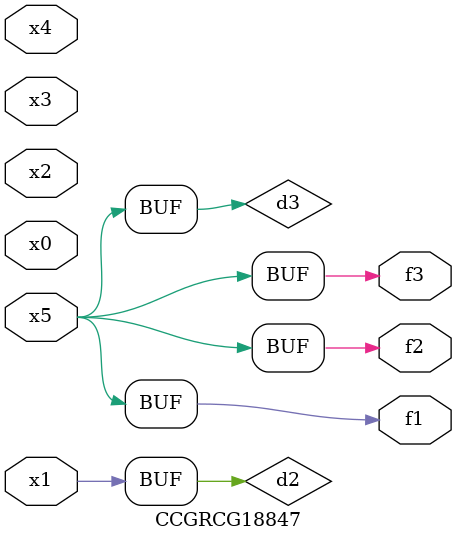
<source format=v>
module CCGRCG18847(
	input x0, x1, x2, x3, x4, x5,
	output f1, f2, f3
);

	wire d1, d2, d3;

	not (d1, x5);
	or (d2, x1);
	xnor (d3, d1);
	assign f1 = d3;
	assign f2 = d3;
	assign f3 = d3;
endmodule

</source>
